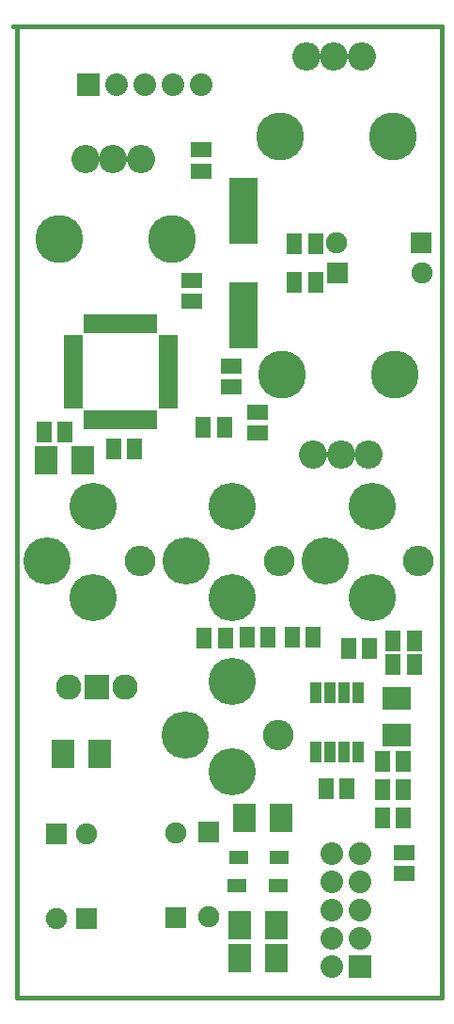
<source format=gts>
G04 (created by PCBNEW-RS274X (2012-apr-16-27)-stable) date Thu 18 Jun 2015 14:37:37 CEST*
G01*
G70*
G90*
%MOIN*%
G04 Gerber Fmt 3.4, Leading zero omitted, Abs format*
%FSLAX34Y34*%
G04 APERTURE LIST*
%ADD10C,0.006000*%
%ADD11C,0.015000*%
%ADD12R,0.043600X0.075100*%
%ADD13R,0.080000X0.100000*%
%ADD14R,0.075000X0.055000*%
%ADD15R,0.055000X0.075000*%
%ADD16O,0.100000X0.100000*%
%ADD17C,0.170000*%
%ADD18R,0.098700X0.236500*%
%ADD19R,0.080000X0.080000*%
%ADD20C,0.080000*%
%ADD21C,0.090000*%
%ADD22R,0.090000X0.090000*%
%ADD23O,0.167600X0.167600*%
%ADD24O,0.108500X0.108500*%
%ADD25R,0.075000X0.075000*%
%ADD26C,0.075000*%
%ADD27R,0.042000X0.070000*%
%ADD28R,0.070000X0.042000*%
%ADD29R,0.100000X0.080000*%
%ADD30R,0.067200X0.047600*%
G04 APERTURE END LIST*
G54D10*
G54D11*
X49460Y-50960D02*
X49460Y-16580D01*
X64520Y-50960D02*
X49460Y-50960D01*
X64520Y-16560D02*
X64520Y-50960D01*
X49320Y-16560D02*
X64520Y-16560D01*
G54D12*
X60070Y-40150D03*
X60070Y-42250D03*
X60570Y-40150D03*
X61070Y-40150D03*
X61570Y-40150D03*
X60570Y-42250D03*
X61070Y-42250D03*
X61570Y-42250D03*
G54D13*
X57350Y-49560D03*
X58650Y-49560D03*
X58830Y-44600D03*
X57530Y-44600D03*
X51090Y-42320D03*
X52390Y-42320D03*
G54D14*
X57980Y-30975D03*
X57980Y-30225D03*
X56000Y-21695D03*
X56000Y-20945D03*
G54D15*
X61975Y-38600D03*
X61225Y-38600D03*
G54D14*
X63200Y-46575D03*
X63200Y-45825D03*
G54D15*
X63175Y-44600D03*
X62425Y-44600D03*
X62425Y-43600D03*
X63175Y-43600D03*
G54D14*
X57060Y-29335D03*
X57060Y-28585D03*
G54D15*
X56065Y-30780D03*
X56815Y-30780D03*
X59225Y-38200D03*
X59975Y-38200D03*
X58375Y-38200D03*
X57625Y-38200D03*
X63555Y-38340D03*
X62805Y-38340D03*
G54D14*
X55660Y-26315D03*
X55660Y-25565D03*
G54D15*
X56105Y-38240D03*
X56855Y-38240D03*
X62425Y-42600D03*
X63175Y-42600D03*
X60425Y-43580D03*
X61175Y-43580D03*
X62805Y-39160D03*
X63555Y-39160D03*
X51175Y-30940D03*
X50425Y-30940D03*
X59305Y-24260D03*
X60055Y-24260D03*
X59305Y-25640D03*
X60055Y-25640D03*
G54D16*
X59968Y-31727D03*
X60952Y-31727D03*
X61936Y-31727D03*
G54D17*
X58863Y-28900D03*
X62853Y-28900D03*
G54D16*
X53859Y-21267D03*
X52875Y-21267D03*
X51891Y-21267D03*
G54D17*
X54964Y-24094D03*
X50974Y-24094D03*
G54D16*
X61679Y-17627D03*
X60695Y-17627D03*
X59711Y-17627D03*
G54D17*
X62784Y-20454D03*
X58794Y-20454D03*
G54D18*
X57480Y-26810D03*
X57480Y-23110D03*
G54D19*
X61640Y-49860D03*
G54D20*
X60640Y-49860D03*
X61640Y-48860D03*
X60640Y-48860D03*
X61640Y-47860D03*
X60640Y-47860D03*
X61640Y-46860D03*
X60640Y-46860D03*
X61640Y-45860D03*
X60640Y-45860D03*
G54D19*
X52000Y-18620D03*
G54D20*
X53000Y-18620D03*
X54000Y-18620D03*
X55000Y-18620D03*
X56000Y-18620D03*
G54D21*
X51300Y-39980D03*
G54D22*
X52300Y-39980D03*
G54D21*
X53300Y-39980D03*
G54D23*
X50512Y-35500D03*
X52165Y-33571D03*
X52165Y-36799D03*
G54D24*
X53818Y-35500D03*
G54D23*
X55434Y-41680D03*
X57087Y-39751D03*
X57087Y-42979D03*
G54D24*
X58740Y-41680D03*
G54D23*
X60394Y-35500D03*
X62047Y-33571D03*
X62047Y-36799D03*
G54D24*
X63700Y-35500D03*
G54D23*
X55447Y-35500D03*
X57100Y-33571D03*
X57100Y-36799D03*
G54D24*
X58753Y-35500D03*
G54D25*
X50860Y-45160D03*
G54D26*
X50860Y-48160D03*
G54D25*
X51920Y-48180D03*
G54D26*
X51920Y-45180D03*
G54D25*
X60820Y-25300D03*
G54D26*
X63820Y-25300D03*
G54D25*
X63800Y-24220D03*
G54D26*
X60800Y-24220D03*
G54D27*
X54242Y-27110D03*
X53927Y-27110D03*
X53612Y-27110D03*
X53297Y-27110D03*
X52983Y-27110D03*
X52668Y-27110D03*
X52353Y-27110D03*
X52038Y-27110D03*
G54D28*
X51450Y-27698D03*
X51450Y-28013D03*
X51450Y-28328D03*
X51450Y-28643D03*
X51450Y-28957D03*
X51450Y-29272D03*
X51450Y-29587D03*
X51450Y-29902D03*
G54D27*
X52038Y-30490D03*
X52353Y-30490D03*
X52668Y-30490D03*
X52983Y-30490D03*
X53297Y-30490D03*
X53612Y-30490D03*
X53927Y-30490D03*
X54242Y-30490D03*
G54D28*
X54830Y-29902D03*
X54830Y-29587D03*
X54830Y-29272D03*
X54830Y-28957D03*
X54830Y-28643D03*
X54830Y-28328D03*
X54830Y-28013D03*
X54830Y-27698D03*
G54D29*
X62920Y-40350D03*
X62920Y-41650D03*
G54D13*
X58650Y-48400D03*
X57350Y-48400D03*
G54D25*
X56260Y-45100D03*
G54D26*
X56260Y-48100D03*
G54D25*
X55100Y-48120D03*
G54D26*
X55100Y-45120D03*
G54D30*
X58728Y-47000D03*
X57272Y-47000D03*
X57312Y-46000D03*
X58768Y-46000D03*
G54D15*
X52885Y-31540D03*
X53635Y-31540D03*
G54D13*
X51810Y-31920D03*
X50510Y-31920D03*
M02*

</source>
